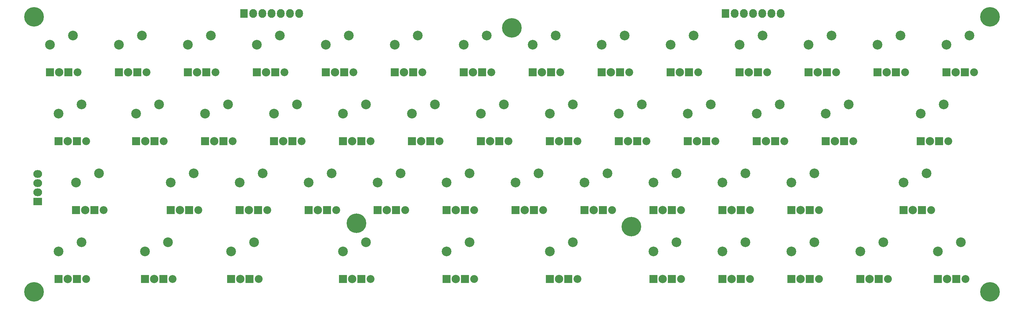
<source format=gbs>
G04 #@! TF.FileFunction,Soldermask,Bot*
%FSLAX46Y46*%
G04 Gerber Fmt 4.6, Leading zero omitted, Abs format (unit mm)*
G04 Created by KiCad (PCBNEW 4.0.4-stable) date Wednesday, 23 November 2016 'AMt' 09:31:18 AM*
%MOMM*%
%LPD*%
G01*
G04 APERTURE LIST*
%ADD10C,0.100000*%
%ADD11C,5.400000*%
%ADD12R,2.127200X2.432000*%
%ADD13O,2.127200X2.432000*%
%ADD14R,2.432000X2.127200*%
%ADD15O,2.432000X2.127200*%
%ADD16C,2.686000*%
%ADD17C,2.305000*%
%ADD18R,2.305000X2.305000*%
%ADD19R,2.178000X2.178000*%
%ADD20C,2.178000*%
G04 APERTURE END LIST*
D10*
D11*
X182000000Y-124000000D03*
X106000000Y-123000000D03*
X17000000Y-142000000D03*
X281000000Y-142000000D03*
X281000000Y-66000000D03*
X149000000Y-69000000D03*
D12*
X75000000Y-65000000D03*
D13*
X77540000Y-65000000D03*
X80080000Y-65000000D03*
X82620000Y-65000000D03*
X85160000Y-65000000D03*
X87700000Y-65000000D03*
X90240000Y-65000000D03*
D12*
X208000000Y-65000000D03*
D13*
X210540000Y-65000000D03*
X213080000Y-65000000D03*
X215620000Y-65000000D03*
X218160000Y-65000000D03*
X220700000Y-65000000D03*
X223240000Y-65000000D03*
D14*
X18000000Y-117000000D03*
D15*
X18000000Y-114460000D03*
X18000000Y-111920000D03*
X18000000Y-109380000D03*
D16*
X27733750Y-71120000D03*
X21383750Y-73660000D03*
D17*
X23923750Y-81280000D03*
D18*
X26463750Y-81280000D03*
D19*
X21383750Y-81280000D03*
D20*
X29003750Y-81280000D03*
D16*
X30115000Y-90170000D03*
X23765000Y-92710000D03*
D17*
X26305000Y-100330000D03*
D18*
X28845000Y-100330000D03*
D19*
X23765000Y-100330000D03*
D20*
X31385000Y-100330000D03*
D16*
X34877500Y-109220000D03*
X28527500Y-111760000D03*
D17*
X31067500Y-119380000D03*
D18*
X33607500Y-119380000D03*
D19*
X28527500Y-119380000D03*
D20*
X36147500Y-119380000D03*
D16*
X30115000Y-128270000D03*
X23765000Y-130810000D03*
D17*
X26305000Y-138430000D03*
D18*
X28845000Y-138430000D03*
D19*
X23765000Y-138430000D03*
D20*
X31385000Y-138430000D03*
D16*
X46783750Y-71120000D03*
X40433750Y-73660000D03*
D17*
X42973750Y-81280000D03*
D18*
X45513750Y-81280000D03*
D19*
X40433750Y-81280000D03*
D20*
X48053750Y-81280000D03*
D16*
X51546250Y-90170000D03*
X45196250Y-92710000D03*
D17*
X47736250Y-100330000D03*
D18*
X50276250Y-100330000D03*
D19*
X45196250Y-100330000D03*
D20*
X52816250Y-100330000D03*
D16*
X61071250Y-109220000D03*
X54721250Y-111760000D03*
D17*
X57261250Y-119380000D03*
D18*
X59801250Y-119380000D03*
D19*
X54721250Y-119380000D03*
D20*
X62341250Y-119380000D03*
D16*
X53927500Y-128270000D03*
X47577500Y-130810000D03*
D17*
X50117500Y-138430000D03*
D18*
X52657500Y-138430000D03*
D19*
X47577500Y-138430000D03*
D20*
X55197500Y-138430000D03*
D16*
X65833750Y-71120000D03*
X59483750Y-73660000D03*
D17*
X62023750Y-81280000D03*
D18*
X64563750Y-81280000D03*
D19*
X59483750Y-81280000D03*
D20*
X67103750Y-81280000D03*
D16*
X70596250Y-90170000D03*
X64246250Y-92710000D03*
D17*
X66786250Y-100330000D03*
D18*
X69326250Y-100330000D03*
D19*
X64246250Y-100330000D03*
D20*
X71866250Y-100330000D03*
D16*
X80121250Y-109220000D03*
X73771250Y-111760000D03*
D17*
X76311250Y-119380000D03*
D18*
X78851250Y-119380000D03*
D19*
X73771250Y-119380000D03*
D20*
X81391250Y-119380000D03*
D16*
X77740000Y-128270000D03*
X71390000Y-130810000D03*
D17*
X73930000Y-138430000D03*
D18*
X76470000Y-138430000D03*
D19*
X71390000Y-138430000D03*
D20*
X79010000Y-138430000D03*
D16*
X84883750Y-71120000D03*
X78533750Y-73660000D03*
D17*
X81073750Y-81280000D03*
D18*
X83613750Y-81280000D03*
D19*
X78533750Y-81280000D03*
D20*
X86153750Y-81280000D03*
D16*
X89646250Y-90170000D03*
X83296250Y-92710000D03*
D17*
X85836250Y-100330000D03*
D18*
X88376250Y-100330000D03*
D19*
X83296250Y-100330000D03*
D20*
X90916250Y-100330000D03*
D16*
X99171250Y-109220000D03*
X92821250Y-111760000D03*
D17*
X95361250Y-119380000D03*
D18*
X97901250Y-119380000D03*
D19*
X92821250Y-119380000D03*
D20*
X100441250Y-119380000D03*
D16*
X103933750Y-71120000D03*
X97583750Y-73660000D03*
D17*
X100123750Y-81280000D03*
D18*
X102663750Y-81280000D03*
D19*
X97583750Y-81280000D03*
D20*
X105203750Y-81280000D03*
D16*
X108696250Y-90170000D03*
X102346250Y-92710000D03*
D17*
X104886250Y-100330000D03*
D18*
X107426250Y-100330000D03*
D19*
X102346250Y-100330000D03*
D20*
X109966250Y-100330000D03*
D16*
X118221250Y-109220000D03*
X111871250Y-111760000D03*
D17*
X114411250Y-119380000D03*
D18*
X116951250Y-119380000D03*
D19*
X111871250Y-119380000D03*
D20*
X119491250Y-119380000D03*
D16*
X108696250Y-128270000D03*
X102346250Y-130810000D03*
D17*
X104886250Y-138430000D03*
D18*
X107426250Y-138430000D03*
D19*
X102346250Y-138430000D03*
D20*
X109966250Y-138430000D03*
D16*
X122983750Y-71120000D03*
X116633750Y-73660000D03*
D17*
X119173750Y-81280000D03*
D18*
X121713750Y-81280000D03*
D19*
X116633750Y-81280000D03*
D20*
X124253750Y-81280000D03*
D16*
X127746250Y-90170000D03*
X121396250Y-92710000D03*
D17*
X123936250Y-100330000D03*
D18*
X126476250Y-100330000D03*
D19*
X121396250Y-100330000D03*
D20*
X129016250Y-100330000D03*
D16*
X137271250Y-109220000D03*
X130921250Y-111760000D03*
D17*
X133461250Y-119380000D03*
D18*
X136001250Y-119380000D03*
D19*
X130921250Y-119380000D03*
D20*
X138541250Y-119380000D03*
D16*
X137271250Y-128270000D03*
X130921250Y-130810000D03*
D17*
X133461250Y-138430000D03*
D18*
X136001250Y-138430000D03*
D19*
X130921250Y-138430000D03*
D20*
X138541250Y-138430000D03*
D16*
X142033750Y-71120000D03*
X135683750Y-73660000D03*
D17*
X138223750Y-81280000D03*
D18*
X140763750Y-81280000D03*
D19*
X135683750Y-81280000D03*
D20*
X143303750Y-81280000D03*
D16*
X146796250Y-90170000D03*
X140446250Y-92710000D03*
D17*
X142986250Y-100330000D03*
D18*
X145526250Y-100330000D03*
D19*
X140446250Y-100330000D03*
D20*
X148066250Y-100330000D03*
D16*
X156321250Y-109220000D03*
X149971250Y-111760000D03*
D17*
X152511250Y-119380000D03*
D18*
X155051250Y-119380000D03*
D19*
X149971250Y-119380000D03*
D20*
X157591250Y-119380000D03*
D16*
X165846250Y-128270000D03*
X159496250Y-130810000D03*
D17*
X162036250Y-138430000D03*
D18*
X164576250Y-138430000D03*
D19*
X159496250Y-138430000D03*
D20*
X167116250Y-138430000D03*
D16*
X161083750Y-71120000D03*
X154733750Y-73660000D03*
D17*
X157273750Y-81280000D03*
D18*
X159813750Y-81280000D03*
D19*
X154733750Y-81280000D03*
D20*
X162353750Y-81280000D03*
D16*
X165846250Y-90170000D03*
X159496250Y-92710000D03*
D17*
X162036250Y-100330000D03*
D18*
X164576250Y-100330000D03*
D19*
X159496250Y-100330000D03*
D20*
X167116250Y-100330000D03*
D16*
X175371250Y-109220000D03*
X169021250Y-111760000D03*
D17*
X171561250Y-119380000D03*
D18*
X174101250Y-119380000D03*
D19*
X169021250Y-119380000D03*
D20*
X176641250Y-119380000D03*
D16*
X180133750Y-71120000D03*
X173783750Y-73660000D03*
D17*
X176323750Y-81280000D03*
D18*
X178863750Y-81280000D03*
D19*
X173783750Y-81280000D03*
D20*
X181403750Y-81280000D03*
D16*
X184896250Y-90170000D03*
X178546250Y-92710000D03*
D17*
X181086250Y-100330000D03*
D18*
X183626250Y-100330000D03*
D19*
X178546250Y-100330000D03*
D20*
X186166250Y-100330000D03*
D16*
X194421250Y-109220000D03*
X188071250Y-111760000D03*
D17*
X190611250Y-119380000D03*
D18*
X193151250Y-119380000D03*
D19*
X188071250Y-119380000D03*
D20*
X195691250Y-119380000D03*
D16*
X194421250Y-128270000D03*
X188071250Y-130810000D03*
D17*
X190611250Y-138430000D03*
D18*
X193151250Y-138430000D03*
D19*
X188071250Y-138430000D03*
D20*
X195691250Y-138430000D03*
D16*
X199183750Y-71120000D03*
X192833750Y-73660000D03*
D17*
X195373750Y-81280000D03*
D18*
X197913750Y-81280000D03*
D19*
X192833750Y-81280000D03*
D20*
X200453750Y-81280000D03*
D16*
X203946250Y-90170000D03*
X197596250Y-92710000D03*
D17*
X200136250Y-100330000D03*
D18*
X202676250Y-100330000D03*
D19*
X197596250Y-100330000D03*
D20*
X205216250Y-100330000D03*
D16*
X213471250Y-109220000D03*
X207121250Y-111760000D03*
D17*
X209661250Y-119380000D03*
D18*
X212201250Y-119380000D03*
D19*
X207121250Y-119380000D03*
D20*
X214741250Y-119380000D03*
D16*
X213471250Y-128270000D03*
X207121250Y-130810000D03*
D17*
X209661250Y-138430000D03*
D18*
X212201250Y-138430000D03*
D19*
X207121250Y-138430000D03*
D20*
X214741250Y-138430000D03*
D16*
X218233750Y-71120000D03*
X211883750Y-73660000D03*
D17*
X214423750Y-81280000D03*
D18*
X216963750Y-81280000D03*
D19*
X211883750Y-81280000D03*
D20*
X219503750Y-81280000D03*
D16*
X222996250Y-90170000D03*
X216646250Y-92710000D03*
D17*
X219186250Y-100330000D03*
D18*
X221726250Y-100330000D03*
D19*
X216646250Y-100330000D03*
D20*
X224266250Y-100330000D03*
D16*
X232521250Y-109220000D03*
X226171250Y-111760000D03*
D17*
X228711250Y-119380000D03*
D18*
X231251250Y-119380000D03*
D19*
X226171250Y-119380000D03*
D20*
X233791250Y-119380000D03*
D16*
X232521250Y-128270000D03*
X226171250Y-130810000D03*
D17*
X228711250Y-138430000D03*
D18*
X231251250Y-138430000D03*
D19*
X226171250Y-138430000D03*
D20*
X233791250Y-138430000D03*
D16*
X237283750Y-71120000D03*
X230933750Y-73660000D03*
D17*
X233473750Y-81280000D03*
D18*
X236013750Y-81280000D03*
D19*
X230933750Y-81280000D03*
D20*
X238553750Y-81280000D03*
D16*
X242046250Y-90170000D03*
X235696250Y-92710000D03*
D17*
X238236250Y-100330000D03*
D18*
X240776250Y-100330000D03*
D19*
X235696250Y-100330000D03*
D20*
X243316250Y-100330000D03*
D16*
X251571250Y-128270000D03*
X245221250Y-130810000D03*
D17*
X247761250Y-138430000D03*
D18*
X250301250Y-138430000D03*
D19*
X245221250Y-138430000D03*
D20*
X252841250Y-138430000D03*
D16*
X256333750Y-71120000D03*
X249983750Y-73660000D03*
D17*
X252523750Y-81280000D03*
D18*
X255063750Y-81280000D03*
D19*
X249983750Y-81280000D03*
D20*
X257603750Y-81280000D03*
D16*
X268240000Y-90170000D03*
X261890000Y-92710000D03*
D17*
X264430000Y-100330000D03*
D18*
X266970000Y-100330000D03*
D19*
X261890000Y-100330000D03*
D20*
X269510000Y-100330000D03*
D16*
X263477500Y-109220000D03*
X257127500Y-111760000D03*
D17*
X259667500Y-119380000D03*
D18*
X262207500Y-119380000D03*
D19*
X257127500Y-119380000D03*
D20*
X264747500Y-119380000D03*
D16*
X273002500Y-128270000D03*
X266652500Y-130810000D03*
D17*
X269192500Y-138430000D03*
D18*
X271732500Y-138430000D03*
D19*
X266652500Y-138430000D03*
D20*
X274272500Y-138430000D03*
D16*
X275383750Y-71120000D03*
X269033750Y-73660000D03*
D17*
X271573750Y-81280000D03*
D18*
X274113750Y-81280000D03*
D19*
X269033750Y-81280000D03*
D20*
X276653750Y-81280000D03*
D11*
X17000000Y-66000000D03*
M02*

</source>
